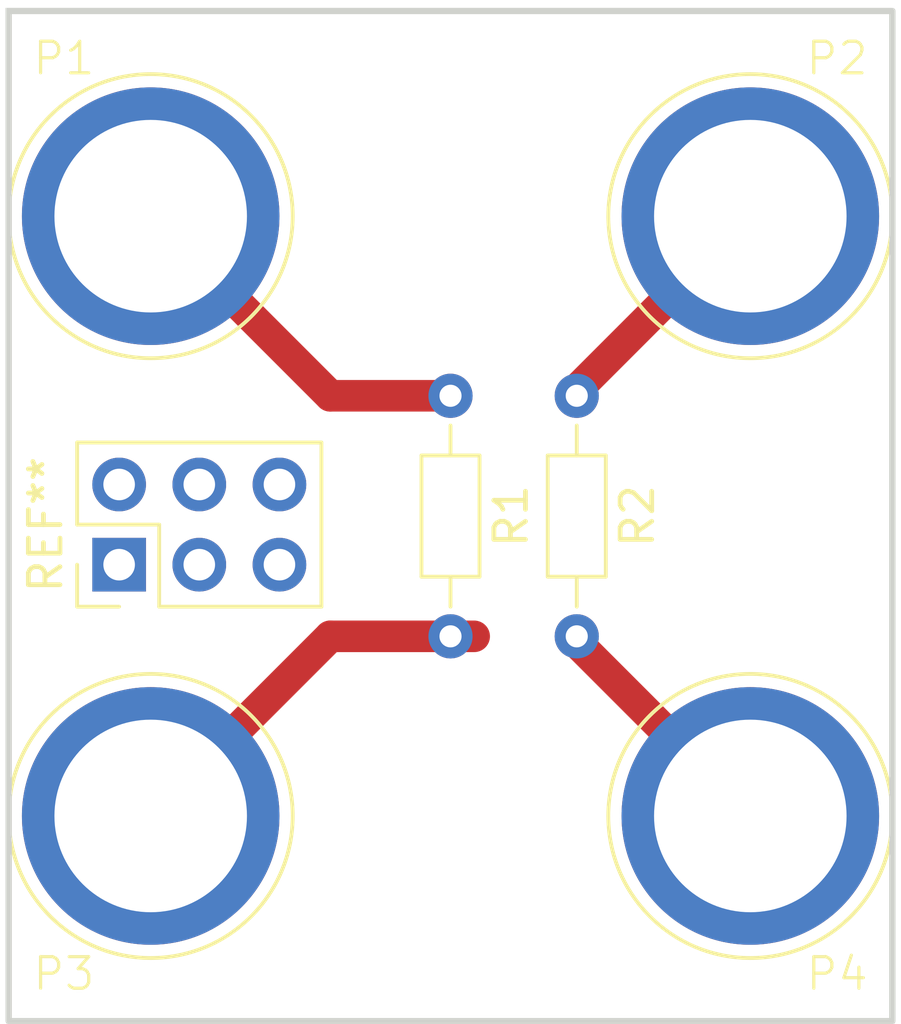
<source format=kicad_pcb>
(kicad_pcb (version 20240108) (generator "pcbnew") (generator_version "8.0")
  (layers (0 "F.Cu" signal) (31 "B.Cu" signal) (34 "B.Paste" user) (35 "F.Paste" user) (36 "B.SilkS" user "B.Silkscreen") (37 "F.SilkS" user "F.Silkscreen") (38 "B.Mask" user) (39 "F.Mask" user) (44 "Edge.Cuts" user))
  (net 0 "")
  (net 1 "VCC1")
  (net 2 "VCC2")
  (net 3 "GND1")
  (net 4 "GND2")
  (footprint "Resistor_THT:R_Axial_DIN0204_L3.6mm_D1.6mm_P7.62mm_Horizontal" (layer "F.Cu") (at 133.75 75.69 -90)
    (property "Reference" "R1" (at 3.81 -1.92 90) (layer "F.SilkS"))
    (property "Value" "R")
    (fp_line (start 1.89 0.92) (end 5.73 0.92) (stroke (width 0.12)) (layer "F.SilkS"))
    (fp_line (start 5.73 0.92) (end 5.73 -0.92) (stroke (width 0.12)) (layer "F.SilkS"))
    (fp_line (start 0.94 0) (end 1.89 0) (stroke (width 0.12)) (layer "F.SilkS"))
    (fp_line (start 6.68 0) (end 5.73 0) (stroke (width 0.12)) (layer "F.SilkS"))
    (fp_line (start 1.89 -0.92) (end 1.89 0.92) (stroke (width 0.12)) (layer "F.SilkS"))
    (fp_line (start 5.73 -0.92) (end 1.89 -0.92) (stroke (width 0.12)) (layer "F.SilkS"))
    (pad "1" thru_hole circle (at 0 0 270) (size 1.4 1.4) (drill 0.7) (layers "*.Cu" "*.Mask") (net 1 "VCC1"))
    (pad "2" thru_hole oval (at 7.62 0 270) (size 1.4 1.4) (drill 0.7) (layers "*.Cu" "*.Mask") (net 3 "GND1"))
  )
  (footprint "Resistor_THT:R_Axial_DIN0204_L3.6mm_D1.6mm_P7.62mm_Horizontal" (layer "F.Cu") (at 137.75 75.69 -90)
    (property "Reference" "R2" (at 3.81 -1.92 90) (layer "F.SilkS"))
    (property "Value" "R")
    (fp_line (start 1.89 0.92) (end 5.73 0.92) (stroke (width 0.12)) (layer "F.SilkS"))
    (fp_line (start 5.73 0.92) (end 5.73 -0.92) (stroke (width 0.12)) (layer "F.SilkS"))
    (fp_line (start 0.94 0) (end 1.89 0) (stroke (width 0.12)) (layer "F.SilkS"))
    (fp_line (start 6.68 0) (end 5.73 0) (stroke (width 0.12)) (layer "F.SilkS"))
    (fp_line (start 1.89 -0.92) (end 1.89 0.92) (stroke (width 0.12)) (layer "F.SilkS"))
    (fp_line (start 5.73 -0.92) (end 1.89 -0.92) (stroke (width 0.12)) (layer "F.SilkS"))
    (pad "1" thru_hole circle (at 0 0 270) (size 1.4 1.4) (drill 0.7) (layers "*.Cu" "*.Mask") (net 2 "VCC2"))
    (pad "2" thru_hole oval (at 7.62 0 270) (size 1.4 1.4) (drill 0.7) (layers "*.Cu" "*.Mask") (net 4 "GND2"))
  )
  (footprint "Connector_PinHeader_2.54mm:PinHeader_2x03_P2.54mm_Vertical" (layer "F.Cu") (at 123.25 81.04 90)
    (property "Reference" "REF**" (at 1.27 -2.33 90) (layer "F.SilkS"))
    (property "Value" "PinHeader_2x03_P2.54mm_Vertical")
    (fp_line (start 3.87 -1.33) (end 3.87 6.41) (stroke (width 0.12)) (layer "F.SilkS"))
    (fp_line (start 1.27 -1.33) (end 3.87 -1.33) (stroke (width 0.12)) (layer "F.SilkS"))
    (fp_line (start -1.33 -1.33) (end 0 -1.33) (stroke (width 0.12)) (layer "F.SilkS"))
    (fp_line (start -1.33 0) (end -1.33 -1.33) (stroke (width 0.12)) (layer "F.SilkS"))
    (fp_line (start 1.27 1.27) (end 1.27 -1.33) (stroke (width 0.12)) (layer "F.SilkS"))
    (fp_line (start -1.33 1.27) (end 1.27 1.27) (stroke (width 0.12)) (layer "F.SilkS"))
    (fp_line (start -1.33 1.27) (end -1.33 6.41) (stroke (width 0.12)) (layer "F.SilkS"))
    (fp_line (start -1.33 6.41) (end 3.87 6.41) (stroke (width 0.12)) (layer "F.SilkS"))
    (pad "1" thru_hole rect (at 0 0 90) (size 1.7 1.7) (drill 1) (layers "*.Cu" "*.Mask"))
    (pad "2" thru_hole oval (at 2.54 0 90) (size 1.7 1.7) (drill 1) (layers "*.Cu" "*.Mask"))
    (pad "3" thru_hole oval (at 0 2.54 90) (size 1.7 1.7) (drill 1) (layers "*.Cu" "*.Mask"))
    (pad "4" thru_hole oval (at 2.54 2.54 90) (size 1.7 1.7) (drill 1) (layers "*.Cu" "*.Mask"))
    (pad "5" thru_hole oval (at 0 5.08 90) (size 1.7 1.7) (drill 1) (layers "*.Cu" "*.Mask"))
    (pad "6" thru_hole oval (at 2.54 5.08 90) (size 1.7 1.7) (drill 1) (layers "*.Cu" "*.Mask"))
  )
  (footprint "Festo Template:Banana Jack Custom" (layer "F.Cu") (at 124.5 70)
    (property "Reference" "P1" (at -3 -5 0) (layer "F.SilkS") (effects (font (thickness 0.1))))
    (property "Value" "~")
    (fp_circle (center -0.25 0) (end 4.25 0) (stroke (width 0.12)) (fill none) (layer "F.SilkS"))
    (pad "1" thru_hole circle (at -0.25 0) (size 8.16 8.16) (drill 6.1) (layers "*.Cu" "*.Mask") (net 1 "VCC1"))
  )
  (footprint "Festo Template:Banana Jack Custom" (layer "F.Cu") (at 124.5 89)
    (property "Reference" "P3" (at -3 5 0) (layer "F.SilkS") (effects (font (thickness 0.1))))
    (property "Value" "~")
    (fp_circle (center -0.25 0) (end 4.25 0) (stroke (width 0.12)) (fill none) (layer "F.SilkS"))
    (pad "1" thru_hole circle (at -0.25 0) (size 8.16 8.16) (drill 6.1) (layers "*.Cu" "*.Mask") (net 3 "GND1"))
  )
  (footprint "Festo Template:Banana Jack Custom" (layer "F.Cu") (at 143.5 70)
    (property "Reference" "P2" (at 2.5 -5 0) (layer "F.SilkS") (effects (font (thickness 0.1))))
    (property "Value" "~")
    (fp_circle (center -0.25 0) (end 4.25 0) (stroke (width 0.12)) (fill none) (layer "F.SilkS"))
    (pad "1" thru_hole circle (at -0.25 0) (size 8.16 8.16) (drill 6.1) (layers "*.Cu" "*.Mask") (net 2 "VCC2"))
  )
  (footprint "Festo Template:Banana Jack Custom" (layer "F.Cu") (at 143.5 89)
    (property "Reference" "P4" (at 2.5 5 0) (layer "F.SilkS") (effects (font (thickness 0.1))))
    (property "Value" "~")
    (fp_circle (center -0.25 0) (end 4.25 0) (stroke (width 0.12)) (fill none) (layer "F.SilkS"))
    (pad "1" thru_hole circle (at -0.25 0) (size 8.16 8.16) (drill 6.1) (layers "*.Cu" "*.Mask") (net 4 "GND2"))
  )
  (gr_rect (start 119.75 63.5) (end 147.75 95.5) (stroke (width 0.2)) (fill none) (layer "Edge.Cuts"))
  (segment (start 129.94 75.69) (end 124.25 70) (width 1) (layer "F.Cu") (net 1))
  (segment (start 133.75 75.69) (end 129.94 75.69) (width 1) (layer "F.Cu") (net 1))
  (segment (start 137.75 75.5) (end 137.75 75.69) (width 0.2) (layer "F.Cu") (net 2))
  (segment (start 143.25 70) (end 137.75 75.5) (width 1) (layer "F.Cu") (net 2))
  (segment (start 134.5 83.31) (end 129.94 83.31) (width 1) (layer "F.Cu") (net 3))
  (segment (start 124.25 89) (end 129.845 83.405) (width 0.2) (layer "F.Cu") (net 3))
  (segment (start 129.94 83.31) (end 124.25 89) (width 1) (layer "F.Cu") (net 3))
  (segment (start 137.75 83.5) (end 137.75 83.31) (width 0.2) (layer "F.Cu") (net 4))
  (segment (start 143.25 89) (end 137.75 83.5) (width 1) (layer "F.Cu") (net 4))
)
</source>
